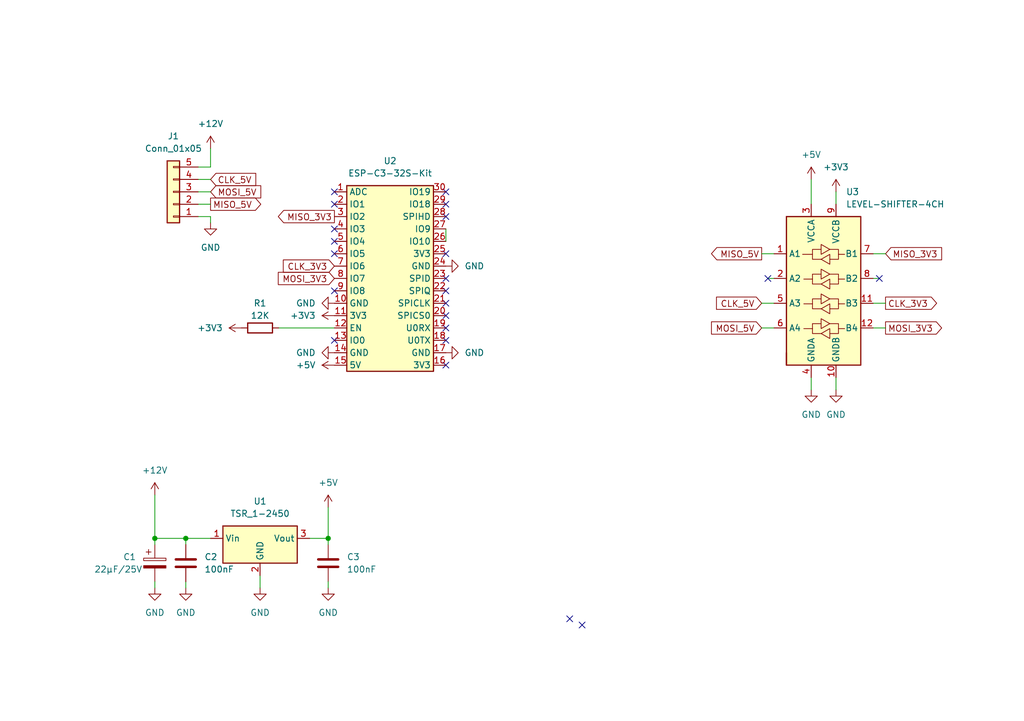
<source format=kicad_sch>
(kicad_sch (version 20221206) (generator eeschema)
  (paper "A5")
  (title_block (title "MHI-AC-Ctrl-ESP32-C3") (date "2023-01-05") (rev "v1.0"))
  (lib_symbols
    (symbol "+3V3_2" (power) (pin_names (offset 0))
      (property "Value" "+3V3_2" (at 0 3.556 0))
      (symbol "+3V3_2_0_1"
        (polyline (pts (xy -0.762 1.27) (xy 0 2.54)))
        (polyline (pts (xy 0 0) (xy 0 2.54)))
        (polyline (pts (xy 0 2.54) (xy 0.762 1.27)))
      )
      (symbol "+3V3_2_1_1"
        (pin power_in line (at 0 0 90) (length 0) hide (name "+3V3") (number "1"))
      )
    )
    (symbol "+5V_1" (power) (pin_names (offset 0))
      (property "Value" "+5V_1" (at 0 3.556 0))
      (symbol "+5V_1_0_1"
        (polyline (pts (xy -0.762 1.27) (xy 0 2.54)))
        (polyline (pts (xy 0 0) (xy 0 2.54)))
        (polyline (pts (xy 0 2.54) (xy 0.762 1.27)))
      )
      (symbol "+5V_1_1_1"
        (pin power_in line (at 0 0 90) (length 0) hide (name "+5V") (number "1"))
      )
    )
    (symbol "Connector_Generic:Conn_01x05" (pin_names (offset 1.016) hide)
      (property "Reference" "J" (at 0 7.62 0))
      (property "Value" "Conn_01x05" (at 0 -7.62 0))
      (symbol "Conn_01x05_1_1"
        (rectangle (start -1.27 -4.953) (end 0 -5.207) (stroke (width 0.1524)))
        (rectangle (start -1.27 -2.413) (end 0 -2.667) (stroke (width 0.1524)))
        (rectangle (start -1.27 0.127) (end 0 -0.127) (stroke (width 0.1524)))
        (rectangle (start -1.27 2.667) (end 0 2.413) (stroke (width 0.1524)))
        (rectangle (start -1.27 5.207) (end 0 4.953) (stroke (width 0.1524)))
        (rectangle (start -1.27 6.35) (end 1.27 -6.35) (stroke (width 0.254)) (fill (type background)))
        (pin passive line (at -5.08 5.08 0) (length 3.81) (name "Pin_1") (number "1"))
        (pin passive line (at -5.08 2.54 0) (length 3.81) (name "Pin_2") (number "2"))
        (pin passive line (at -5.08 0 0) (length 3.81) (name "Pin_3") (number "3"))
        (pin passive line (at -5.08 -2.54 0) (length 3.81) (name "Pin_4") (number "4"))
        (pin passive line (at -5.08 -5.08 0) (length 3.81) (name "Pin_5") (number "5"))
      )
    )
    (symbol "Device:C" (pin_numbers hide) (pin_names (offset 0.254))
      (property "Reference" "C" (at 0.635 2.54 0))
      (property "Value" "C" (at 0.635 -2.54 0))
      (symbol "C_0_1"
        (polyline (pts (xy -2.032 -0.762) (xy 2.032 -0.762)) (stroke (width 0.508)))
        (polyline (pts (xy -2.032 0.762) (xy 2.032 0.762)) (stroke (width 0.508)))
      )
      (symbol "C_1_1"
        (pin passive line (at 0 3.81 270) (length 2.794) (name "~") (number "1"))
        (pin passive line (at 0 -3.81 90) (length 2.794) (name "~") (number "2"))
      )
    )
    (symbol "Device:C_Polarized" (pin_numbers hide) (pin_names (offset 0.254))
      (property "Reference" "C" (at 0.635 2.54 0))
      (property "Value" "C_Polarized" (at 0.635 -2.54 0))
      (symbol "C_Polarized_0_1"
        (rectangle (start -2.286 0.508) (end 2.286 1.016))
        (polyline (pts (xy -1.778 2.286) (xy -0.762 2.286)))
        (polyline (pts (xy -1.27 2.794) (xy -1.27 1.778)))
        (rectangle (start 2.286 -0.508) (end -2.286 -1.016) (fill (type outline)))
      )
      (symbol "C_Polarized_1_1"
        (pin passive line (at 0 3.81 270) (length 2.794) (name "~") (number "1"))
        (pin passive line (at 0 -3.81 90) (length 2.794) (name "~") (number "2"))
      )
    )
    (symbol "Device:R" (pin_numbers hide) (pin_names (offset 0))
      (property "Reference" "R" (at 2.032 0 90))
      (property "Value" "R" (at 0 0 90))
      (symbol "R_0_1"
        (rectangle (start -1.016 -2.54) (end 1.016 2.54) (stroke (width 0.254)))
      )
      (symbol "R_1_1"
        (pin passive line (at 0 3.81 270) (length 1.27) (name "~") (number "1"))
        (pin passive line (at 0 -3.81 90) (length 1.27) (name "~") (number "2"))
      )
    )
    (symbol "GND_1" (power) (pin_names (offset 0))
      (property "Value" "GND_1" (at 0 -3.81 0))
      (symbol "GND_1_0_1"
        (polyline (pts (xy 0 0) (xy 0 -1.27) (xy 1.27 -1.27) (xy 0 -2.54) (xy -1.27 -1.27) (xy 0 -1.27)))
      )
      (symbol "GND_1_1_1"
        (pin power_in line (at 0 0 270) (length 0) hide (name "GND") (number "1"))
      )
    )
    (symbol "GND_2" (power) (pin_names (offset 0))
      (property "Value" "GND_2" (at 0 -3.81 0))
      (symbol "GND_2_0_1"
        (polyline (pts (xy 0 0) (xy 0 -1.27) (xy 1.27 -1.27) (xy 0 -2.54) (xy -1.27 -1.27) (xy 0 -1.27)))
      )
      (symbol "GND_2_1_1"
        (pin power_in line (at 0 0 270) (length 0) hide (name "GND") (number "1"))
      )
    )
    (symbol "GND_3" (power) (pin_names (offset 0))
      (property "Value" "GND_3" (at 0 -3.81 0))
      (symbol "GND_3_0_1"
        (polyline (pts (xy 0 0) (xy 0 -1.27) (xy 1.27 -1.27) (xy 0 -2.54) (xy -1.27 -1.27) (xy 0 -1.27)))
      )
      (symbol "GND_3_1_1"
        (pin power_in line (at 0 0 270) (length 0) hide (name "GND") (number "1"))
      )
    )
    (symbol "GND_4" (power) (pin_names (offset 0))
      (property "Value" "GND_4" (at 0 -3.81 0))
      (symbol "GND_4_0_1"
        (polyline (pts (xy 0 0) (xy 0 -1.27) (xy 1.27 -1.27) (xy 0 -2.54) (xy -1.27 -1.27) (xy 0 -1.27)))
      )
      (symbol "GND_4_1_1"
        (pin power_in line (at 0 0 270) (length 0) hide (name "GND") (number "1"))
      )
    )
    (symbol "Logic_LevelTranslator:TXB0104D"
      (property "Reference" "LS?" (at 5.08 17.78 0))
      (property "Value" "LEVEL-SHIFTER-4CH" (at 5.08 -17.78 0))
      (symbol "TXB0104D_0_1"
        (rectangle (start -7.62 -15.24) (end -7.62 -12.7) (stroke (width 0.254)))
        (rectangle (start -7.62 15.24) (end 7.62 -15.24) (stroke (width 0.254)) (fill (type background)))
        (polyline (pts (xy -2.286 -7.747) (xy -2.286 -6.731) (xy -0.508 -6.731)))
        (polyline (pts (xy -2.286 -2.667) (xy -2.286 -1.651) (xy -0.508 -1.651)))
        (polyline (pts (xy -2.286 2.413) (xy -2.286 3.429) (xy -0.508 3.429)))
        (polyline (pts (xy -2.286 7.493) (xy -2.286 8.509) (xy -0.508 8.509)))
        (polyline (pts (xy 3.048 -7.747) (xy 3.048 -8.763) (xy 1.27 -8.763)))
        (polyline (pts (xy 3.048 -2.667) (xy 3.048 -3.683) (xy 1.27 -3.683)))
        (polyline (pts (xy 3.048 2.413) (xy 3.048 1.397) (xy 1.27 1.397)))
        (polyline (pts (xy 3.048 7.493) (xy 3.048 6.477) (xy 1.27 6.477)))
        (polyline (pts (xy -0.508 -8.763) (xy -2.286 -8.763) (xy -2.286 -7.747) (xy -4.064 -7.747)))
        (polyline (pts (xy -0.508 -8.763) (xy 1.27 -7.747) (xy 1.27 -9.779) (xy -0.508 -8.763)))
        (polyline (pts (xy -0.508 -3.683) (xy -2.286 -3.683) (xy -2.286 -2.667) (xy -4.064 -2.667)))
        (polyline (pts (xy -0.508 -3.683) (xy 1.27 -2.667) (xy 1.27 -4.699) (xy -0.508 -3.683)))
        (polyline (pts (xy -0.508 1.397) (xy -2.286 1.397) (xy -2.286 2.413) (xy -4.064 2.413)))
        (polyline (pts (xy -0.508 1.397) (xy 1.27 2.413) (xy 1.27 0.381) (xy -0.508 1.397)))
        (polyline (pts (xy -0.508 6.477) (xy -2.286 6.477) (xy -2.286 7.493) (xy -4.318 7.493)))
        (polyline (pts (xy -0.508 6.477) (xy 1.27 7.493) (xy 1.27 5.461) (xy -0.508 6.477)))
        (polyline (pts (xy 1.27 -6.731) (xy -0.508 -7.747) (xy -0.508 -5.715) (xy 1.27 -6.731)))
        (polyline (pts (xy 1.27 -6.731) (xy 3.048 -6.731) (xy 3.048 -7.747) (xy 4.318 -7.747)))
        (polyline (pts (xy 1.27 -1.651) (xy -0.508 -2.667) (xy -0.508 -0.635) (xy 1.27 -1.651)))
        (polyline (pts (xy 1.27 -1.651) (xy 3.048 -1.651) (xy 3.048 -2.667) (xy 4.318 -2.667)))
        (polyline (pts (xy 1.27 3.429) (xy -0.508 2.413) (xy -0.508 4.445) (xy 1.27 3.429)))
        (polyline (pts (xy 1.27 3.429) (xy 3.048 3.429) (xy 3.048 2.413) (xy 4.318 2.413)))
        (polyline (pts (xy 1.27 8.509) (xy -0.508 7.493) (xy -0.508 9.525) (xy 1.27 8.509)))
        (polyline (pts (xy 1.27 8.509) (xy 3.048 8.509) (xy 3.048 7.493) (xy 4.318 7.493)))
      )
      (symbol "TXB0104D_1_1"
        (pin bidirectional line (at -10.16 7.62 0) (length 2.54) (name "A1") (number "1"))
        (pin power_in line (at 2.54 -17.78 90) (length 2.54) (name "GNDB") (number "10"))
        (pin bidirectional line (at 10.16 -2.54 180) (length 2.54) (name "B3") (number "11"))
        (pin bidirectional line (at 10.16 -7.62 180) (length 2.54) (name "B4") (number "12"))
        (pin bidirectional line (at -10.16 2.54 0) (length 2.54) (name "A2") (number "2"))
        (pin power_in line (at -2.54 17.78 270) (length 2.54) (name "VCCA") (number "3"))
        (pin power_in line (at -2.54 -17.78 90) (length 2.54) (name "GNDA") (number "4"))
        (pin bidirectional line (at -10.16 -2.54 0) (length 2.54) (name "A3") (number "5"))
        (pin bidirectional line (at -10.16 -7.62 0) (length 2.54) (name "A4") (number "6"))
        (pin bidirectional line (at 10.16 7.62 180) (length 2.54) (name "B1") (number "7"))
        (pin bidirectional line (at 10.16 2.54 180) (length 2.54) (name "B2") (number "8"))
        (pin power_in line (at 2.54 17.78 270) (length 2.54) (name "VCCB") (number "9"))
      )
    )
    (symbol "MHI-AC-CTRL:ESP-C3-32S-Kit"
      (property "Reference" "U" (at 0 0 0))
      (property "Value" "ESP-C3-32S-Kit" (at 11.43 -39.37 0))
      (symbol "ESP-C3-32S-Kit_0_0"
        (pin input line (at 0 0 0) (length 2.54) (name "ADC") (number "1"))
        (pin power_in line (at 0 -22.86 0) (length 2.54) (name "GND") (number "10"))
        (pin power_out line (at 0 -25.4 0) (length 2.54) (name "3V3") (number "11"))
        (pin input line (at 0 -27.94 0) (length 2.54) (name "EN") (number "12"))
        (pin bidirectional line (at 0 -30.48 0) (length 2.54) (name "IO0") (number "13"))
        (pin power_in line (at 0 -33.02 0) (length 2.54) (name "GND") (number "14"))
        (pin power_in line (at 0 -35.56 0) (length 2.54) (name "5V") (number "15"))
        (pin power_out line (at 22.86 -35.56 180) (length 2.54) (name "3V3") (number "16"))
        (pin power_in line (at 22.86 -33.02 180) (length 2.54) (name "GND") (number "17"))
        (pin bidirectional line (at 22.86 -30.48 180) (length 2.54) (name "U0TX") (number "18"))
        (pin bidirectional line (at 22.86 -27.94 180) (length 2.54) (name "U0RX") (number "19"))
        (pin bidirectional line (at 0 -2.54 0) (length 2.54) (name "IO1") (number "2"))
        (pin bidirectional line (at 22.86 -25.4 180) (length 2.54) (name "SPICS0") (number "20"))
        (pin bidirectional line (at 22.86 -22.86 180) (length 2.54) (name "SPICLK") (number "21"))
        (pin bidirectional line (at 22.86 -20.32 180) (length 2.54) (name "SPIQ") (number "22"))
        (pin bidirectional line (at 22.86 -17.78 180) (length 2.54) (name "SPID") (number "23"))
        (pin power_out line (at 22.86 -15.24 180) (length 2.54) (name "GND") (number "24"))
        (pin power_out line (at 22.86 -12.7 180) (length 2.54) (name "3V3") (number "25"))
        (pin bidirectional line (at 22.86 -10.16 180) (length 2.54) (name "IO10") (number "26"))
        (pin bidirectional line (at 22.86 -7.62 180) (length 2.54) (name "IO9") (number "27"))
        (pin bidirectional line (at 22.86 -5.08 180) (length 2.54) (name "SPIHD") (number "28"))
        (pin bidirectional line (at 22.86 -2.54 180) (length 2.54) (name "IO18") (number "29"))
        (pin bidirectional line (at 0 -5.08 0) (length 2.54) (name "IO2") (number "3"))
        (pin bidirectional line (at 22.86 0 180) (length 2.54) (name "IO19") (number "30"))
        (pin bidirectional line (at 0 -7.62 0) (length 2.54) (name "IO3") (number "4"))
        (pin bidirectional line (at 0 -10.16 0) (length 2.54) (name "IO4") (number "5"))
        (pin bidirectional line (at 0 -12.7 0) (length 2.54) (name "IO5") (number "6"))
        (pin bidirectional line (at 0 -15.24 0) (length 2.54) (name "IO6") (number "7"))
        (pin bidirectional line (at 0 -17.78 0) (length 2.54) (name "IO7") (number "8"))
        (pin bidirectional line (at 0 -20.32 0) (length 2.54) (name "IO8") (number "9"))
      )
      (symbol "ESP-C3-32S-Kit_1_1"
        (rectangle (start 2.54 1.27) (end 20.32 -36.83) (stroke (width 0.254)) (fill (type background)))
      )
    )
    (symbol "Regulator_Switching:TSR_1-2450"
      (property "Reference" "U" (at -7.62 6.35 0))
      (property "Value" "TSR_1-2450" (at -1.27 6.35 0))
      (symbol "TSR_1-2450_0_1"
        (rectangle (start -7.62 5.08) (end 7.62 -2.54) (stroke (width 0.254)) (fill (type background)))
      )
      (symbol "TSR_1-2450_1_1"
        (pin power_in line (at -10.16 2.54 0) (length 2.54) (name "Vin") (number "1"))
        (pin power_in line (at 0 -5.08 90) (length 2.54) (name "GND") (number "2"))
        (pin power_out line (at 10.16 2.54 180) (length 2.54) (name "Vout") (number "3"))
      )
    )
    (symbol "power:+12V" (power) (pin_names (offset 0))
      (property "Value" "+12V" (at 0 3.556 0))
      (symbol "+12V_0_1"
        (polyline (pts (xy -0.762 1.27) (xy 0 2.54)))
        (polyline (pts (xy 0 0) (xy 0 2.54)))
        (polyline (pts (xy 0 2.54) (xy 0.762 1.27)))
      )
      (symbol "+12V_1_1"
        (pin power_in line (at 0 0 90) (length 0) hide (name "+12V") (number "1"))
      )
    )
    (symbol "power:+3V3" (power) (pin_names (offset 0))
      (property "Value" "+3V3" (at 0 3.556 0))
      (symbol "+3V3_0_1"
        (polyline (pts (xy -0.762 1.27) (xy 0 2.54)))
        (polyline (pts (xy 0 0) (xy 0 2.54)))
        (polyline (pts (xy 0 2.54) (xy 0.762 1.27)))
      )
      (symbol "+3V3_1_1"
        (pin power_in line (at 0 0 90) (length 0) hide (name "+3V3") (number "1"))
      )
    )
    (symbol "power:+5V" (power) (pin_names (offset 0))
      (property "Value" "+5V" (at 0 3.556 0))
      (symbol "+5V_0_1"
        (polyline (pts (xy -0.762 1.27) (xy 0 2.54)))
        (polyline (pts (xy 0 0) (xy 0 2.54)))
        (polyline (pts (xy 0 2.54) (xy 0.762 1.27)))
      )
      (symbol "+5V_1_1"
        (pin power_in line (at 0 0 90) (length 0) hide (name "+5V") (number "1"))
      )
    )
    (symbol "power:GND" (power) (pin_names (offset 0))
      (property "Value" "GND" (at 0 -3.81 0))
      (symbol "GND_0_1"
        (polyline (pts (xy 0 0) (xy 0 -1.27) (xy 1.27 -1.27) (xy 0 -2.54) (xy -1.27 -1.27) (xy 0 -1.27)))
      )
      (symbol "GND_1_1"
        (pin power_in line (at 0 0 270) (length 0) hide (name "GND") (number "1"))
      )
    )
  )
  (junction (at 31.75 110.49))
  (junction (at 38.1 110.49))
  (junction (at 67.31 110.49))
  (no_connect (at 91.44 64.77))
  (no_connect (at 91.44 57.15))
  (no_connect (at 68.58 59.69))
  (no_connect (at 91.44 39.37))
  (no_connect (at 91.44 44.45))
  (no_connect (at 91.44 67.31))
  (no_connect (at 91.44 69.85))
  (no_connect (at 68.58 46.99))
  (no_connect (at 91.44 52.07))
  (no_connect (at 68.58 69.85))
  (no_connect (at 157.48 57.15))
  (no_connect (at 91.44 59.69))
  (no_connect (at 116.84 127))
  (no_connect (at 91.44 74.93))
  (no_connect (at 119.38 128.27))
  (no_connect (at 68.58 39.37))
  (no_connect (at 68.58 41.91))
  (no_connect (at 68.58 49.53))
  (no_connect (at 91.44 62.23))
  (no_connect (at 180.34 57.15))
  (no_connect (at 68.58 52.07))
  (no_connect (at 91.44 41.91))
  (wire (pts (xy 156.21 67.31) (xy 158.75 67.31)))
  (wire (pts (xy 31.75 119.38) (xy 31.75 120.65)))
  (wire (pts (xy 91.44 46.99) (xy 91.44 49.53)))
  (wire (pts (xy 38.1 110.49) (xy 38.1 111.76)))
  (wire (pts (xy 40.64 34.29) (xy 43.18 34.29)))
  (wire (pts (xy 179.07 52.07) (xy 181.61 52.07)))
  (wire (pts (xy 158.75 62.23) (xy 156.21 62.23)))
  (wire (pts (xy 40.64 41.91) (xy 43.18 41.91)))
  (wire (pts (xy 156.21 52.07) (xy 158.75 52.07)))
  (wire (pts (xy 157.48 57.15) (xy 158.75 57.15)))
  (wire (pts (xy 31.75 111.76) (xy 31.75 110.49)))
  (wire (pts (xy 31.75 101.6) (xy 31.75 110.49)))
  (wire (pts (xy 40.64 44.45) (xy 43.18 44.45)))
  (wire (pts (xy 38.1 119.38) (xy 38.1 120.65)))
  (wire (pts (xy 40.64 39.37) (xy 43.18 39.37)))
  (wire (pts (xy 171.45 77.47) (xy 171.45 80.01)))
  (wire (pts (xy 40.64 36.83) (xy 43.18 36.83)))
  (wire (pts (xy 43.18 110.49) (xy 38.1 110.49)))
  (wire (pts (xy 53.34 118.11) (xy 53.34 120.65)))
  (wire (pts (xy 67.31 119.38) (xy 67.31 120.65)))
  (wire (pts (xy 179.07 62.23) (xy 181.61 62.23)))
  (wire (pts (xy 43.18 34.29) (xy 43.18 30.48)))
  (wire (pts (xy 180.34 57.15) (xy 179.07 57.15)))
  (wire (pts (xy 166.37 77.47) (xy 166.37 80.01)))
  (wire (pts (xy 181.61 67.31) (xy 179.07 67.31)))
  (wire (pts (xy 57.15 67.31) (xy 68.58 67.31)))
  (wire (pts (xy 31.75 110.49) (xy 38.1 110.49)))
  (wire (pts (xy 67.31 104.14) (xy 67.31 110.49)))
  (wire (pts (xy 67.31 110.49) (xy 67.31 111.76)))
  (wire (pts (xy 43.18 44.45) (xy 43.18 45.72)))
  (wire (pts (xy 63.5 110.49) (xy 67.31 110.49)))
  (wire (pts (xy 171.45 39.37) (xy 171.45 41.91)))
  (wire (pts (xy 166.37 36.83) (xy 166.37 41.91)))
  (global_label "CLK_3V3" (shape input) (at 68.58 54.61 180) (property "Intersheetrefs" "${INTERSHEET_REFS}" (effects hide)))
  (global_label "CLK_5V" (shape input) (at 156.21 62.23 180) (property "Intersheetrefs" "${INTERSHEET_REFS}" (effects hide)))
  (global_label "MOSI_5V" (shape input) (at 43.18 39.37 0) (property "Intersheetrefs" "${INTERSHEET_REFS}" (effects hide)))
  (global_label "MISO_5V" (shape output) (at 43.18 41.91 0) (property "Intersheetrefs" "${INTERSHEET_REFS}" (effects hide)))
  (global_label "CLK_3V3" (shape output) (at 181.61 62.23 0) (property "Intersheetrefs" "${INTERSHEET_REFS}" (effects hide)))
  (global_label "MISO_5V" (shape output) (at 156.21 52.07 180) (property "Intersheetrefs" "${INTERSHEET_REFS}" (effects hide)))
  (global_label "MOSI_3V3" (shape output) (at 181.61 67.31 0) (property "Intersheetrefs" "${INTERSHEET_REFS}" (effects hide)))
  (global_label "MISO_3V3" (shape input) (at 181.61 52.07 0) (property "Intersheetrefs" "${INTERSHEET_REFS}" (effects hide)))
  (global_label "CLK_5V" (shape input) (at 43.18 36.83 0) (property "Intersheetrefs" "${INTERSHEET_REFS}" (effects hide)))
  (global_label "MOSI_3V3" (shape input) (at 68.58 57.15 180) (property "Intersheetrefs" "${INTERSHEET_REFS}" (effects hide)))
  (global_label "MISO_3V3" (shape output) (at 68.58 44.45 180) (property "Intersheetrefs" "${INTERSHEET_REFS}" (effects hide)))
  (global_label "MOSI_5V" (shape input) (at 156.21 67.31 180) (property "Intersheetrefs" "${INTERSHEET_REFS}" (effects hide)))
  (symbol (lib_id "power:+12V") (at 43.18 30.48 0) (unit 1)
    (property "Reference" "#PWR0103" (effects hide))
    (property "Value" "+12V" (at 43.18 25.4 0))
  )
  (symbol (lib_id "power:+3V3") (at 171.45 39.37 0) (unit 1)
    (property "Reference" "#PWR0114" (effects hide))
    (property "Value" "+3V3" (at 171.45 34.29 0))
  )
  (symbol (lib_name "+3V3_2") (lib_id "power:+3V3") (at 49.53 67.31 90) (unit 1)
    (property "Reference" "#PWR0118" (effects hide))
    (property "Value" "+3V3" (at 45.72 67.3099 90) (effects (justify left)))
  )
  (symbol (lib_id "power:GND") (at 43.18 45.72 0) (unit 1)
    (property "Reference" "#PWR0102" (effects hide))
    (property "Value" "GND" (at 43.18 50.8 0))
  )
  (symbol (lib_name "+3V3_2") (lib_id "power:+3V3") (at 68.58 64.77 90) (unit 1)
    (property "Reference" "#PWR0104" (effects hide))
    (property "Value" "+3V3" (at 64.77 64.7699 90) (effects (justify left)))
  )
  (symbol (lib_id "power:GND") (at 171.45 80.01 0) (mirror y) (unit 1)
    (property "Reference" "#PWR0116" (effects hide))
    (property "Value" "GND" (at 171.45 85.09 0))
  )
  (symbol (lib_id "Device:C_Polarized") (at 31.75 115.57 0) (unit 1)
    (property "Reference" "C1" (at 27.94 114.3 0) (effects (justify right)))
    (property "Value" "22μF/25V" (at 29.21 116.84 0) (effects (justify right)))
    (property "Footprint" "Capacitor_THT:CP_Axial_L10.0mm_D4.5mm_P15.00mm_Horizontal" (effects hide))
  )
  (symbol (lib_id "Device:R") (at 53.34 67.31 90) (unit 1)
    (property "Reference" "R1" (at 53.34 62.23 90))
    (property "Value" "12K" (at 53.34 64.77 90))
    (property "Footprint" "Resistor_THT:R_Axial_DIN0207_L6.3mm_D2.5mm_P15.24mm_Horizontal" (effects hide))
  )
  (symbol (lib_name "GND_2") (lib_id "power:GND") (at 68.58 62.23 270) (unit 1)
    (property "Reference" "#PWR0101" (effects hide))
    (property "Value" "GND" (at 64.77 62.2299 90) (effects (justify right)))
  )
  (symbol (lib_name "+5V_1") (lib_id "power:+5V") (at 68.58 74.93 90) (unit 1)
    (property "Reference" "#PWR0112" (effects hide))
    (property "Value" "+5V" (at 64.77 74.9299 90) (effects (justify left)))
  )
  (symbol (lib_name "GND_4") (lib_id "power:GND") (at 91.44 72.39 90) (unit 1)
    (property "Reference" "#PWR0120" (effects hide))
    (property "Value" "GND" (at 95.25 72.3899 90) (effects (justify right)))
  )
  (symbol (lib_id "Regulator_Switching:TSR_1-2450") (at 53.34 113.03 0) (unit 1)
    (property "Reference" "U1" (at 53.34 102.87 0))
    (property "Value" "TSR_1-2450" (at 53.34 105.41 0))
    (property "Footprint" "Converter_DCDC:Converter_DCDC_TRACO_TSR-1_THT" (effects hide))
    (property "Datasheet" "http://www.tracopower.com/products/tsr1.pdf" (effects hide))
  )
  (symbol (lib_id "MHI-AC-CTRL:ESP-C3-32S-Kit") (at 68.58 39.37 0) (unit 1)
    (property "Reference" "U2" (at 80.01 33.02 0))
    (property "Value" "ESP-C3-32S-Kit" (at 80.01 35.56 0))
    (property "Footprint" "MHI-AC-CTRL:ESP-C3-32S-Kit" (effects hide))
  )
  (symbol (lib_id "power:GND") (at 38.1 120.65 0) (unit 1)
    (property "Reference" "#PWR0106" (effects hide))
    (property "Value" "GND" (at 38.1 125.73 0))
  )
  (symbol (lib_id "power:+5V") (at 67.31 104.14 0) (unit 1)
    (property "Reference" "#PWR0107" (effects hide))
    (property "Value" "+5V" (at 67.31 99.06 0))
  )
  (symbol (lib_id "power:GND") (at 31.75 120.65 0) (unit 1)
    (property "Reference" "#PWR0109" (effects hide))
    (property "Value" "GND" (at 31.75 125.73 0))
  )
  (symbol (lib_id "power:GND") (at 53.34 120.65 0) (unit 1)
    (property "Reference" "#PWR0105" (effects hide))
    (property "Value" "GND" (at 53.34 125.73 0))
  )
  (symbol (lib_id "power:+5V") (at 166.37 36.83 0) (unit 1)
    (property "Reference" "#PWR0115" (effects hide))
    (property "Value" "+5V" (at 166.37 31.75 0))
  )
  (symbol (lib_name "GND_1") (lib_id "power:GND") (at 91.44 54.61 90) (unit 1)
    (property "Reference" "#PWR0113" (effects hide))
    (property "Value" "GND" (at 95.25 54.6099 90) (effects (justify right)))
  )
  (symbol (lib_id "Device:C") (at 38.1 115.57 0) (unit 1)
    (property "Reference" "C2" (at 41.91 114.2999 0) (effects (justify left)))
    (property "Value" "100nF" (at 41.91 116.8399 0) (effects (justify left)))
    (property "Footprint" "Capacitor_THT:C_Disc_D3.0mm_W1.6mm_P2.50mm" (effects hide))
  )
  (symbol (lib_id "Connector_Generic:Conn_01x05") (at 35.56 39.37 180) (unit 1)
    (property "Reference" "J1" (at 35.56 27.94 0))
    (property "Value" "Conn_01x05" (at 35.56 30.48 0))
    (property "Footprint" "Connector_JST:JST_XH_B5B-XH-A_1x05_P2.50mm_Vertical" (effects hide))
  )
  (symbol (lib_id "power:GND") (at 166.37 80.01 0) (mirror y) (unit 1)
    (property "Reference" "#PWR0117" (effects hide))
    (property "Value" "GND" (at 166.37 85.09 0))
  )
  (symbol (lib_id "power:GND") (at 67.31 120.65 0) (unit 1)
    (property "Reference" "#PWR0108" (effects hide))
    (property "Value" "GND" (at 67.31 125.73 0))
  )
  (symbol (lib_id "Device:C") (at 67.31 115.57 0) (unit 1)
    (property "Reference" "C3" (at 71.12 114.2999 0) (effects (justify left)))
    (property "Value" "100nF" (at 71.12 116.8399 0) (effects (justify left)))
    (property "Footprint" "Capacitor_THT:C_Disc_D3.0mm_W1.6mm_P2.50mm" (effects hide))
  )
  (symbol (lib_id "power:+12V") (at 31.75 101.6 0) (unit 1)
    (property "Reference" "#PWR0110" (effects hide))
    (property "Value" "+12V" (at 31.75 96.52 0))
  )
  (symbol (lib_name "GND_3") (lib_id "power:GND") (at 68.58 72.39 270) (unit 1)
    (property "Reference" "#PWR0111" (effects hide))
    (property "Value" "GND" (at 64.77 72.3899 90) (effects (justify right)))
  )
  (symbol (lib_id "Logic_LevelTranslator:TXB0104D") (at 168.91 59.69 0) (unit 1)
    (property "Reference" "U3" (at 173.4694 39.37 0) (effects (justify left)))
    (property "Value" "LEVEL-SHIFTER-4CH" (at 173.4694 41.91 0) (effects (justify left)))
    (property "Footprint" "Package_SO:SOIC-14_3.9x8.7mm_P1.27mm" (effects hide))
  )
)
</source>
